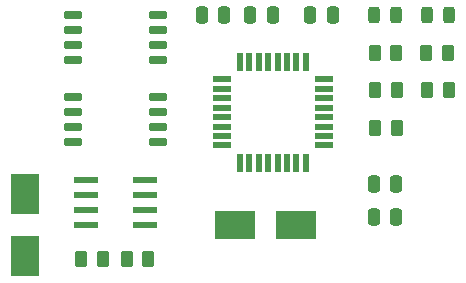
<source format=gtp>
%TF.GenerationSoftware,KiCad,Pcbnew,(6.0.6)*%
%TF.CreationDate,2022-11-25T13:48:06+01:00*%
%TF.ProjectId,MCU DataLogger,4d435520-4461-4746-914c-6f676765722e,1*%
%TF.SameCoordinates,Original*%
%TF.FileFunction,Paste,Top*%
%TF.FilePolarity,Positive*%
%FSLAX46Y46*%
G04 Gerber Fmt 4.6, Leading zero omitted, Abs format (unit mm)*
G04 Created by KiCad (PCBNEW (6.0.6)) date 2022-11-25 13:48:06*
%MOMM*%
%LPD*%
G01*
G04 APERTURE LIST*
G04 Aperture macros list*
%AMRoundRect*
0 Rectangle with rounded corners*
0 $1 Rounding radius*
0 $2 $3 $4 $5 $6 $7 $8 $9 X,Y pos of 4 corners*
0 Add a 4 corners polygon primitive as box body*
4,1,4,$2,$3,$4,$5,$6,$7,$8,$9,$2,$3,0*
0 Add four circle primitives for the rounded corners*
1,1,$1+$1,$2,$3*
1,1,$1+$1,$4,$5*
1,1,$1+$1,$6,$7*
1,1,$1+$1,$8,$9*
0 Add four rect primitives between the rounded corners*
20,1,$1+$1,$2,$3,$4,$5,0*
20,1,$1+$1,$4,$5,$6,$7,0*
20,1,$1+$1,$6,$7,$8,$9,0*
20,1,$1+$1,$8,$9,$2,$3,0*%
G04 Aperture macros list end*
%ADD10RoundRect,0.250000X-0.250000X-0.475000X0.250000X-0.475000X0.250000X0.475000X-0.250000X0.475000X0*%
%ADD11RoundRect,0.250000X0.250000X0.475000X-0.250000X0.475000X-0.250000X-0.475000X0.250000X-0.475000X0*%
%ADD12R,3.500000X2.400000*%
%ADD13RoundRect,0.243750X-0.243750X-0.456250X0.243750X-0.456250X0.243750X0.456250X-0.243750X0.456250X0*%
%ADD14RoundRect,0.250000X-0.262500X-0.450000X0.262500X-0.450000X0.262500X0.450000X-0.262500X0.450000X0*%
%ADD15RoundRect,0.250000X0.262500X0.450000X-0.262500X0.450000X-0.262500X-0.450000X0.262500X-0.450000X0*%
%ADD16R,2.400000X3.500000*%
%ADD17RoundRect,0.150000X-0.650000X-0.150000X0.650000X-0.150000X0.650000X0.150000X-0.650000X0.150000X0*%
%ADD18R,1.500000X0.550000*%
%ADD19R,0.550000X1.500000*%
%ADD20RoundRect,0.041300X-0.943700X-0.253700X0.943700X-0.253700X0.943700X0.253700X-0.943700X0.253700X0*%
G04 APERTURE END LIST*
D10*
%TO.C,C1*%
X57470000Y-85725000D03*
X59370000Y-85725000D03*
%TD*%
D11*
%TO.C,C2*%
X73962500Y-100076000D03*
X72062500Y-100076000D03*
%TD*%
D12*
%TO.C,Y2*%
X65465000Y-103505000D03*
X60265000Y-103505000D03*
%TD*%
D13*
%TO.C,D2*%
X72057500Y-85760000D03*
X73932500Y-85760000D03*
%TD*%
D14*
%TO.C,R3*%
X47298600Y-106375200D03*
X49123600Y-106375200D03*
%TD*%
D15*
%TO.C,R1*%
X74005000Y-95285000D03*
X72180000Y-95285000D03*
%TD*%
D10*
%TO.C,C5*%
X66680000Y-85725000D03*
X68580000Y-85725000D03*
%TD*%
D16*
%TO.C,Y1*%
X42545000Y-106105000D03*
X42545000Y-100905000D03*
%TD*%
D14*
%TO.C,R7*%
X72137500Y-88935000D03*
X73962500Y-88935000D03*
%TD*%
D17*
%TO.C,U2*%
X46565000Y-85725000D03*
X46565000Y-86995000D03*
X46565000Y-88265000D03*
X46565000Y-89535000D03*
X53765000Y-89535000D03*
X53765000Y-88265000D03*
X53765000Y-86995000D03*
X53765000Y-85725000D03*
%TD*%
D18*
%TO.C,U4*%
X59200000Y-91180000D03*
X59200000Y-91980000D03*
X59200000Y-92780000D03*
X59200000Y-93580000D03*
X59200000Y-94380000D03*
X59200000Y-95180000D03*
X59200000Y-95980000D03*
X59200000Y-96780000D03*
D19*
X60700000Y-98280000D03*
X61500000Y-98280000D03*
X62300000Y-98280000D03*
X63100000Y-98280000D03*
X63900000Y-98280000D03*
X64700000Y-98280000D03*
X65500000Y-98280000D03*
X66300000Y-98280000D03*
D18*
X67800000Y-96780000D03*
X67800000Y-95980000D03*
X67800000Y-95180000D03*
X67800000Y-94380000D03*
X67800000Y-93580000D03*
X67800000Y-92780000D03*
X67800000Y-91980000D03*
X67800000Y-91180000D03*
D19*
X66300000Y-89680000D03*
X65500000Y-89680000D03*
X64700000Y-89680000D03*
X63900000Y-89680000D03*
X63100000Y-89680000D03*
X62300000Y-89680000D03*
X61500000Y-89680000D03*
X60700000Y-89680000D03*
%TD*%
D17*
%TO.C,U1*%
X53765000Y-92710000D03*
X53765000Y-93980000D03*
X53765000Y-95250000D03*
X53765000Y-96520000D03*
X46565000Y-96520000D03*
X46565000Y-95250000D03*
X46565000Y-93980000D03*
X46565000Y-92710000D03*
%TD*%
D13*
%TO.C,D1*%
X76532500Y-85760000D03*
X78407500Y-85760000D03*
%TD*%
D10*
%TO.C,C3*%
X61600000Y-85725000D03*
X63500000Y-85725000D03*
%TD*%
D15*
%TO.C,R2*%
X74005000Y-92110000D03*
X72180000Y-92110000D03*
%TD*%
D20*
%TO.C,U3*%
X47690000Y-99695000D03*
X47690000Y-100965000D03*
X47690000Y-102235000D03*
X47690000Y-103505000D03*
X52640000Y-103505000D03*
X52640000Y-102235000D03*
X52640000Y-100965000D03*
X52640000Y-99695000D03*
%TD*%
D11*
%TO.C,C4*%
X73975000Y-102806000D03*
X72075000Y-102806000D03*
%TD*%
D14*
%TO.C,R6*%
X76582500Y-92110000D03*
X78407500Y-92110000D03*
%TD*%
D15*
%TO.C,R4*%
X52959000Y-106375200D03*
X51134000Y-106375200D03*
%TD*%
%TO.C,R5*%
X78327500Y-88935000D03*
X76502500Y-88935000D03*
%TD*%
M02*

</source>
